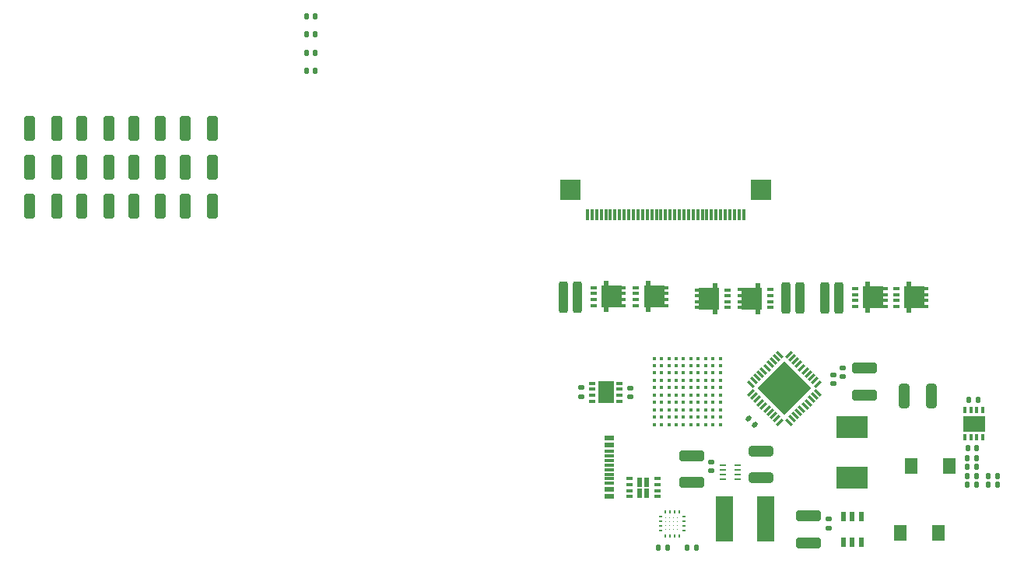
<source format=gbr>
%TF.GenerationSoftware,KiCad,Pcbnew,9.0.1*%
%TF.CreationDate,2025-05-01T00:05:03-04:00*%
%TF.ProjectId,main_board,6d61696e-5f62-46f6-9172-642e6b696361,rev?*%
%TF.SameCoordinates,Original*%
%TF.FileFunction,Paste,Top*%
%TF.FilePolarity,Positive*%
%FSLAX46Y46*%
G04 Gerber Fmt 4.6, Leading zero omitted, Abs format (unit mm)*
G04 Created by KiCad (PCBNEW 9.0.1) date 2025-05-01 00:05:03*
%MOMM*%
%LPD*%
G01*
G04 APERTURE LIST*
G04 Aperture macros list*
%AMRoundRect*
0 Rectangle with rounded corners*
0 $1 Rounding radius*
0 $2 $3 $4 $5 $6 $7 $8 $9 X,Y pos of 4 corners*
0 Add a 4 corners polygon primitive as box body*
4,1,4,$2,$3,$4,$5,$6,$7,$8,$9,$2,$3,0*
0 Add four circle primitives for the rounded corners*
1,1,$1+$1,$2,$3*
1,1,$1+$1,$4,$5*
1,1,$1+$1,$6,$7*
1,1,$1+$1,$8,$9*
0 Add four rect primitives between the rounded corners*
20,1,$1+$1,$2,$3,$4,$5,0*
20,1,$1+$1,$4,$5,$6,$7,0*
20,1,$1+$1,$6,$7,$8,$9,0*
20,1,$1+$1,$8,$9,$2,$3,0*%
%AMRotRect*
0 Rectangle, with rotation*
0 The origin of the aperture is its center*
0 $1 length*
0 $2 width*
0 $3 Rotation angle, in degrees counterclockwise*
0 Add horizontal line*
21,1,$1,$2,0,0,$3*%
G04 Aperture macros list end*
%ADD10RoundRect,0.140000X-0.170000X0.140000X-0.170000X-0.140000X0.170000X-0.140000X0.170000X0.140000X0*%
%ADD11RoundRect,0.250000X-0.325000X-1.100000X0.325000X-1.100000X0.325000X1.100000X-0.325000X1.100000X0*%
%ADD12RoundRect,0.147500X-0.147500X-0.172500X0.147500X-0.172500X0.147500X0.172500X-0.147500X0.172500X0*%
%ADD13R,0.304800X0.762000*%
%ADD14R,2.438400X1.651000*%
%ADD15R,0.711200X0.228600*%
%ADD16R,1.854200X5.003800*%
%ADD17RoundRect,0.140000X0.140000X0.170000X-0.140000X0.170000X-0.140000X-0.170000X0.140000X-0.170000X0*%
%ADD18RoundRect,0.250000X-0.250000X-1.450000X0.250000X-1.450000X0.250000X1.450000X-0.250000X1.450000X0*%
%ADD19R,0.660000X0.420000*%
%ADD20R,0.570000X0.600000*%
%ADD21R,2.300000X2.400000*%
%ADD22RoundRect,0.140000X-0.140000X-0.170000X0.140000X-0.170000X0.140000X0.170000X-0.140000X0.170000X0*%
%ADD23RoundRect,0.140000X-0.219203X-0.021213X-0.021213X-0.219203X0.219203X0.021213X0.021213X0.219203X0*%
%ADD24R,1.651000X2.438400*%
%ADD25R,0.762000X0.304800*%
%ADD26RoundRect,0.135000X-0.135000X-0.185000X0.135000X-0.185000X0.135000X0.185000X-0.135000X0.185000X0*%
%ADD27C,0.400000*%
%ADD28RoundRect,0.250000X0.250000X1.450000X-0.250000X1.450000X-0.250000X-1.450000X0.250000X-1.450000X0*%
%ADD29R,0.600000X1.000000*%
%ADD30R,0.650000X0.350000*%
%ADD31RoundRect,0.135000X0.135000X0.185000X-0.135000X0.185000X-0.135000X-0.185000X0.135000X-0.185000X0*%
%ADD32R,1.350000X1.800000*%
%ADD33R,0.000001X0.000001*%
%ADD34O,0.400000X0.250000*%
%ADD35O,0.250000X0.400000*%
%ADD36RoundRect,0.250000X1.100000X-0.325000X1.100000X0.325000X-1.100000X0.325000X-1.100000X-0.325000X0*%
%ADD37RoundRect,0.250000X-0.312500X-1.075000X0.312500X-1.075000X0.312500X1.075000X-0.312500X1.075000X0*%
%ADD38RoundRect,0.140000X0.170000X-0.140000X0.170000X0.140000X-0.170000X0.140000X-0.170000X-0.140000X0*%
%ADD39RoundRect,0.250000X1.075000X-0.312500X1.075000X0.312500X-1.075000X0.312500X-1.075000X-0.312500X0*%
%ADD40R,0.300000X1.250000*%
%ADD41R,2.300000X2.200000*%
%ADD42RoundRect,0.018200X0.219203X0.377312X-0.377312X-0.219203X-0.219203X-0.377312X0.377312X0.219203X0*%
%ADD43RoundRect,0.018200X-0.219203X0.377312X-0.377312X0.219203X0.219203X-0.377312X0.377312X-0.219203X0*%
%ADD44RotRect,4.150000X4.150000X225.000000*%
%ADD45RoundRect,0.135000X0.185000X-0.135000X0.185000X0.135000X-0.185000X0.135000X-0.185000X-0.135000X0*%
%ADD46R,1.140000X0.600000*%
%ADD47R,1.140000X0.300000*%
%ADD48R,3.429000X2.489200*%
%ADD49R,0.558800X1.003300*%
%ADD50RoundRect,0.250000X-1.100000X0.325000X-1.100000X-0.325000X1.100000X-0.325000X1.100000X0.325000X0*%
G04 APERTURE END LIST*
D10*
%TO.C,C35*%
X145440400Y-94561600D03*
X145440400Y-93601600D03*
%TD*%
%TO.C,C34*%
X143967200Y-110100850D03*
X143967200Y-111060850D03*
%TD*%
D11*
%TO.C,C14*%
X56997600Y-67564000D03*
X59947600Y-67564000D03*
%TD*%
%TO.C,C20*%
X68297600Y-67564000D03*
X71247600Y-67564000D03*
%TD*%
D12*
%TO.C,U12*%
X87090000Y-55360400D03*
X88060000Y-55360400D03*
%TD*%
D13*
%TO.C,U18*%
X158760402Y-101193600D03*
X159410400Y-101193600D03*
X160060402Y-101193600D03*
X160710400Y-101193600D03*
X160710400Y-98247200D03*
X160060402Y-98247200D03*
X159410400Y-98247200D03*
X158760402Y-98247200D03*
D14*
X159735401Y-99720400D03*
%TD*%
D11*
%TO.C,C32*%
X73947600Y-71814000D03*
X76897600Y-71814000D03*
%TD*%
D15*
%TO.C,U3*%
X132410200Y-104241600D03*
X132410200Y-104741726D03*
X132410200Y-105241852D03*
X132410200Y-105741978D03*
X134010400Y-105741978D03*
X134010400Y-105241852D03*
X134010400Y-104741726D03*
X134010400Y-104241600D03*
%TD*%
D11*
%TO.C,C23*%
X68297600Y-71814000D03*
X71247600Y-71814000D03*
%TD*%
D12*
%TO.C,U21*%
X87090000Y-61330400D03*
X88060000Y-61330400D03*
%TD*%
D10*
%TO.C,C43*%
X122326400Y-95796603D03*
X122326400Y-96756603D03*
%TD*%
D16*
%TO.C,L2*%
X137045700Y-110032800D03*
X132600700Y-110032800D03*
%TD*%
D11*
%TO.C,C19*%
X62647600Y-76064000D03*
X65597600Y-76064000D03*
%TD*%
D17*
%TO.C,C42*%
X160040201Y-102362000D03*
X159080201Y-102362000D03*
%TD*%
D18*
%TO.C,R30*%
X115074000Y-85953600D03*
X116574000Y-85953600D03*
%TD*%
D19*
%TO.C,U11*%
X151272800Y-84989797D03*
X151272800Y-85639797D03*
X151272800Y-86279797D03*
X151272800Y-86929797D03*
X154472800Y-86929797D03*
X154472800Y-86279797D03*
X154472800Y-85639797D03*
X154472800Y-84989797D03*
D20*
X152622800Y-84509797D03*
X152622800Y-87409797D03*
D21*
X153272800Y-85959797D03*
%TD*%
D22*
%TO.C,C53*%
X125420000Y-113200000D03*
X126380000Y-113200000D03*
%TD*%
D23*
%TO.C,C45*%
X135194989Y-99126989D03*
X135873811Y-99805811D03*
%TD*%
D18*
%TO.C,R28*%
X143541600Y-85987397D03*
X145041600Y-85987397D03*
%TD*%
D11*
%TO.C,C16*%
X56997600Y-76064000D03*
X59947600Y-76064000D03*
%TD*%
D19*
%TO.C,U16*%
X122955600Y-84900597D03*
X122955600Y-85550597D03*
X122955600Y-86190597D03*
X122955600Y-86840597D03*
X126155600Y-86840597D03*
X126155600Y-86190597D03*
X126155600Y-85550597D03*
X126155600Y-84900597D03*
D20*
X124305600Y-84420597D03*
X124305600Y-87320597D03*
D21*
X124955600Y-85870597D03*
%TD*%
D11*
%TO.C,C28*%
X68297600Y-76064000D03*
X71247600Y-76064000D03*
%TD*%
D24*
%TO.C,U10*%
X119684800Y-96276603D03*
D25*
X118211600Y-97251602D03*
X118211600Y-96601604D03*
X118211600Y-95951602D03*
X118211600Y-95301604D03*
X121158000Y-95301604D03*
X121158000Y-95951602D03*
X121158000Y-96601604D03*
X121158000Y-97251602D03*
%TD*%
D26*
%TO.C,R13*%
X128522000Y-113182400D03*
X129542000Y-113182400D03*
%TD*%
%TO.C,R19*%
X159205200Y-97129600D03*
X160225200Y-97129600D03*
%TD*%
%TO.C,R38*%
X159021200Y-106311400D03*
X160041200Y-106311400D03*
%TD*%
D27*
%TO.C,U7*%
X124943200Y-99783600D03*
X124943200Y-98983600D03*
X124943200Y-98183600D03*
X124943200Y-97383600D03*
X124943200Y-96583600D03*
X124943200Y-95783600D03*
X124943200Y-94983600D03*
X124943200Y-94183600D03*
X124943200Y-93383600D03*
X124943200Y-92583600D03*
X125743200Y-99783600D03*
X125743200Y-98983600D03*
X125743200Y-98183600D03*
X125743200Y-97383600D03*
X125743200Y-96583600D03*
X125743200Y-95783600D03*
X125743200Y-94983600D03*
X125743200Y-94183600D03*
X125743200Y-93383600D03*
X125743200Y-92583600D03*
X126543200Y-99783600D03*
X126543200Y-98983600D03*
X126543200Y-98183600D03*
X126543200Y-97383600D03*
X126543200Y-96583600D03*
X126543200Y-95783600D03*
X126543200Y-94983600D03*
X126543200Y-94183600D03*
X126543200Y-93383600D03*
X126543200Y-92583600D03*
X127343200Y-99783600D03*
X127343200Y-98983600D03*
X127343200Y-98183600D03*
X127343200Y-97383600D03*
X127343200Y-96583600D03*
X127343200Y-95783600D03*
X127343200Y-94983600D03*
X127343200Y-94183600D03*
X127343200Y-93383600D03*
X127343200Y-92583600D03*
X128143200Y-99783600D03*
X128143200Y-98983600D03*
X128143200Y-98183600D03*
X128143200Y-97383600D03*
X128143200Y-96583600D03*
X128143200Y-95783600D03*
X128143200Y-94983600D03*
X128143200Y-94183600D03*
X128143200Y-93383600D03*
X128143200Y-92583600D03*
X128943200Y-99783600D03*
X128943200Y-98983600D03*
X128943200Y-98183600D03*
X128943200Y-97383600D03*
X128943200Y-96583600D03*
X128943200Y-95783600D03*
X128943200Y-94983600D03*
X128943200Y-94183600D03*
X128943200Y-93383600D03*
X128943200Y-92583600D03*
X129743200Y-99783600D03*
X129743200Y-98983600D03*
X129743200Y-98183600D03*
X129743200Y-97383600D03*
X129743200Y-96583600D03*
X129743200Y-95783600D03*
X129743200Y-94983600D03*
X129743200Y-94183600D03*
X129743200Y-93383600D03*
X129743200Y-92583600D03*
X130543200Y-99783600D03*
X130543200Y-98983600D03*
X130543200Y-98183600D03*
X130543200Y-97383600D03*
X130543200Y-96583600D03*
X130543200Y-95783600D03*
X130543200Y-94983600D03*
X130543200Y-94183600D03*
X130543200Y-93383600D03*
X130543200Y-92583600D03*
X131343200Y-99783600D03*
X131343200Y-98983600D03*
X131343200Y-98183600D03*
X131343200Y-97383600D03*
X131343200Y-96583600D03*
X131343200Y-95783600D03*
X131343200Y-94983600D03*
X131343200Y-94183600D03*
X131343200Y-93383600D03*
X131343200Y-92583600D03*
X132143200Y-99783600D03*
X132143200Y-98983600D03*
X132143200Y-98183600D03*
X132143200Y-97383600D03*
X132143200Y-96583600D03*
X132143200Y-95783600D03*
X132143200Y-94983600D03*
X132143200Y-94183600D03*
X132143200Y-93383600D03*
X132143200Y-92583600D03*
%TD*%
D26*
%TO.C,R37*%
X159021200Y-104419400D03*
X160041200Y-104419400D03*
%TD*%
D11*
%TO.C,C17*%
X62647600Y-67564000D03*
X65597600Y-67564000D03*
%TD*%
D22*
%TO.C,C29*%
X161324800Y-105384600D03*
X162284800Y-105384600D03*
%TD*%
D12*
%TO.C,U19*%
X87090000Y-57350400D03*
X88060000Y-57350400D03*
%TD*%
D11*
%TO.C,C15*%
X56997600Y-71814000D03*
X59947600Y-71814000D03*
%TD*%
D12*
%TO.C,U20*%
X87090000Y-59340400D03*
X88060000Y-59340400D03*
%TD*%
D28*
%TO.C,R29*%
X140793600Y-85987397D03*
X139293600Y-85987397D03*
%TD*%
D29*
%TO.C,U5*%
X123390200Y-106052500D03*
X123390200Y-107252500D03*
X124165200Y-106052500D03*
X124165200Y-107252500D03*
D30*
X122227700Y-105677500D03*
X122227700Y-106327500D03*
X122227700Y-106977500D03*
X122227700Y-107627500D03*
X125327700Y-107627500D03*
X125327700Y-106977500D03*
X125327700Y-106327500D03*
X125327700Y-105677500D03*
%TD*%
D31*
%TO.C,R39*%
X160041200Y-103454200D03*
X159021200Y-103454200D03*
%TD*%
D32*
%TO.C,S1*%
X157034200Y-104317800D03*
X152884200Y-104317800D03*
%TD*%
D19*
%TO.C,U15*%
X137554000Y-87064597D03*
X137554000Y-86414597D03*
X137554000Y-85774597D03*
X137554000Y-85124597D03*
X134354000Y-85124597D03*
X134354000Y-85774597D03*
X134354000Y-86414597D03*
X134354000Y-87064597D03*
D20*
X136204000Y-87544597D03*
X136204000Y-84644597D03*
D21*
X135554000Y-86094597D03*
%TD*%
D33*
%TO.C,U1*%
X126275000Y-109950000D03*
X126275000Y-110375000D03*
X126275000Y-110800000D03*
X126275000Y-111225000D03*
X126700000Y-109950000D03*
X126700000Y-110375000D03*
X126700000Y-110800000D03*
X126700000Y-111225000D03*
X127125000Y-109950000D03*
X127125000Y-110375000D03*
X127125000Y-110800000D03*
X127125000Y-111225000D03*
X127550000Y-109950000D03*
X127550000Y-110375000D03*
X127550000Y-110800000D03*
X127550000Y-111225000D03*
D34*
X125612500Y-109837500D03*
X125612500Y-110337500D03*
X125612500Y-110837500D03*
X125612500Y-111337500D03*
D35*
X126162500Y-111887500D03*
X126662500Y-111887500D03*
X127162500Y-111887500D03*
X127662500Y-111887500D03*
D34*
X128212500Y-111337500D03*
X128212500Y-110837500D03*
X128212500Y-110337500D03*
X128212500Y-109837500D03*
D35*
X127662500Y-109287500D03*
X127162500Y-109287500D03*
X126662500Y-109287500D03*
X126162500Y-109287500D03*
%TD*%
D36*
%TO.C,C8*%
X129032000Y-106123000D03*
X129032000Y-103173000D03*
%TD*%
D11*
%TO.C,C33*%
X73947600Y-76064000D03*
X76897600Y-76064000D03*
%TD*%
D17*
%TO.C,C44*%
X160011200Y-105384600D03*
X159051200Y-105384600D03*
%TD*%
D37*
%TO.C,C6*%
X152156700Y-96723200D03*
X155081700Y-96723200D03*
%TD*%
D19*
%TO.C,U13*%
X146802400Y-84989797D03*
X146802400Y-85639797D03*
X146802400Y-86279797D03*
X146802400Y-86929797D03*
X150002400Y-86929797D03*
X150002400Y-86279797D03*
X150002400Y-85639797D03*
X150002400Y-84989797D03*
D20*
X148152400Y-84509797D03*
X148152400Y-87409797D03*
D21*
X148802400Y-85959797D03*
%TD*%
D38*
%TO.C,C22*%
X144475200Y-95323600D03*
X144475200Y-94363600D03*
%TD*%
D19*
%TO.C,U14*%
X132931600Y-87074197D03*
X132931600Y-86424197D03*
X132931600Y-85784197D03*
X132931600Y-85134197D03*
X129731600Y-85134197D03*
X129731600Y-85784197D03*
X129731600Y-86424197D03*
X129731600Y-87074197D03*
D20*
X131581600Y-87554197D03*
X131581600Y-84654197D03*
D21*
X130931600Y-86104197D03*
%TD*%
D39*
%TO.C,C5*%
X136550400Y-105602500D03*
X136550400Y-102677500D03*
%TD*%
D11*
%TO.C,C18*%
X62647600Y-71814000D03*
X65597600Y-71814000D03*
%TD*%
D40*
%TO.C,U9*%
X134687200Y-76950400D03*
X134187200Y-76950400D03*
X133687200Y-76950400D03*
X133187200Y-76950400D03*
X132687200Y-76950400D03*
X132187200Y-76950400D03*
X131687200Y-76950400D03*
X131187200Y-76950400D03*
X130687200Y-76950400D03*
X130187200Y-76950400D03*
X129687200Y-76950400D03*
X129187200Y-76950400D03*
X128687200Y-76950400D03*
X128187200Y-76950400D03*
X127687200Y-76950400D03*
X127187200Y-76950400D03*
X126687200Y-76950400D03*
X126187200Y-76950400D03*
X125687200Y-76950400D03*
X125187200Y-76950400D03*
X124687200Y-76950400D03*
X124187200Y-76950400D03*
X123687200Y-76950400D03*
X123187200Y-76950400D03*
X122687200Y-76950400D03*
X122187200Y-76950400D03*
X121687200Y-76950400D03*
X121187200Y-76950400D03*
X120687200Y-76950400D03*
X120187200Y-76950400D03*
X119687200Y-76950400D03*
X119187200Y-76950400D03*
X118687200Y-76950400D03*
X118187200Y-76950400D03*
X117687200Y-76950400D03*
D41*
X115787200Y-74230400D03*
X136587200Y-74230400D03*
%TD*%
D42*
%TO.C,U8*%
X142777690Y-95374955D03*
X142424136Y-95021401D03*
X142070583Y-94667848D03*
X141717029Y-94314295D03*
X141363476Y-93960741D03*
X141009923Y-93607188D03*
X140656369Y-93253635D03*
X140302816Y-92900081D03*
X139949263Y-92546528D03*
X139595709Y-92192974D03*
D43*
X138626973Y-92192974D03*
X138273419Y-92546528D03*
X137919866Y-92900081D03*
X137566313Y-93253635D03*
X137212759Y-93607188D03*
X136859206Y-93960741D03*
X136505653Y-94314295D03*
X136152099Y-94667848D03*
X135798546Y-95021401D03*
X135444992Y-95374955D03*
D42*
X135444992Y-96343691D03*
X135798546Y-96697245D03*
X136152099Y-97050798D03*
X136505653Y-97404351D03*
X136859206Y-97757905D03*
X137212759Y-98111458D03*
X137566313Y-98465011D03*
X137919866Y-98818565D03*
X138273419Y-99172118D03*
X138626973Y-99525672D03*
D43*
X139595709Y-99525672D03*
X139949263Y-99172118D03*
X140302816Y-98818565D03*
X140656369Y-98465011D03*
X141009923Y-98111458D03*
X141363476Y-97757905D03*
X141717029Y-97404351D03*
X142070583Y-97050798D03*
X142424136Y-96697245D03*
X142777690Y-96343691D03*
D44*
X139111341Y-95859323D03*
%TD*%
D11*
%TO.C,C31*%
X73947600Y-67564000D03*
X76897600Y-67564000D03*
%TD*%
D32*
%TO.C,S2*%
X151747400Y-111556800D03*
X155897400Y-111556800D03*
%TD*%
D45*
%TO.C,R18*%
X117043200Y-96786603D03*
X117043200Y-95766603D03*
%TD*%
D46*
%TO.C,USB1*%
X120032800Y-101244800D03*
X120032800Y-102044800D03*
D47*
X120032800Y-103194800D03*
X120032800Y-104194800D03*
X120032800Y-104694800D03*
X120032800Y-105694800D03*
D46*
X120032800Y-107644800D03*
X120032800Y-106844800D03*
D47*
X120032800Y-106194800D03*
X120032800Y-105194800D03*
X120032800Y-103694800D03*
X120032800Y-102694800D03*
%TD*%
D48*
%TO.C,L1*%
X146507200Y-100108000D03*
X146507200Y-105543600D03*
%TD*%
D19*
%TO.C,U17*%
X118333200Y-84900597D03*
X118333200Y-85550597D03*
X118333200Y-86190597D03*
X118333200Y-86840597D03*
X121533200Y-86840597D03*
X121533200Y-86190597D03*
X121533200Y-85550597D03*
X121533200Y-84900597D03*
D20*
X119683200Y-84420597D03*
X119683200Y-87320597D03*
D21*
X120333200Y-85870597D03*
%TD*%
D49*
%TO.C,U2*%
X147457201Y-109812500D03*
X146507200Y-109812500D03*
X145557199Y-109812500D03*
X145557199Y-112568400D03*
X146507200Y-112568400D03*
X147457201Y-112568400D03*
%TD*%
D22*
%TO.C,C56*%
X161324800Y-106311400D03*
X162284800Y-106311400D03*
%TD*%
D50*
%TO.C,C24*%
X147828000Y-96623401D03*
X147828000Y-93673399D03*
%TD*%
D38*
%TO.C,C36*%
X131165600Y-104823200D03*
X131165600Y-103863200D03*
%TD*%
D50*
%TO.C,C7*%
X141732000Y-109743450D03*
X141732000Y-112693450D03*
%TD*%
M02*

</source>
